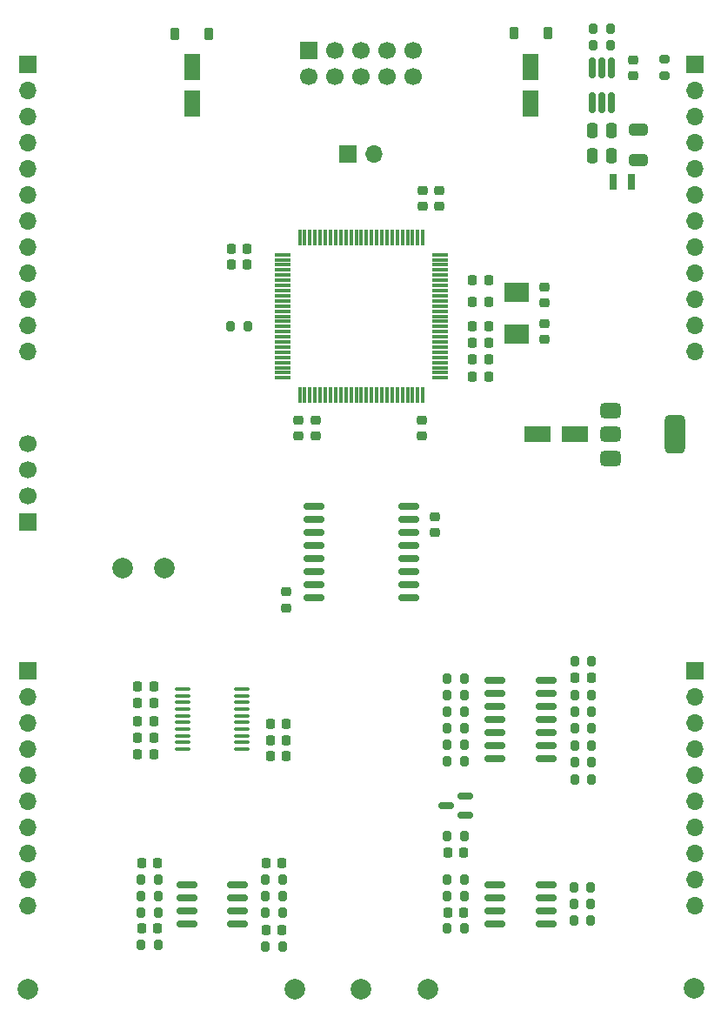
<source format=gbr>
%TF.GenerationSoftware,KiCad,Pcbnew,8.0.1*%
%TF.CreationDate,2024-04-24T14:52:54+01:00*%
%TF.ProjectId,Kishoof_Components,4b697368-6f6f-4665-9f43-6f6d706f6e65,rev?*%
%TF.SameCoordinates,Original*%
%TF.FileFunction,Soldermask,Bot*%
%TF.FilePolarity,Negative*%
%FSLAX46Y46*%
G04 Gerber Fmt 4.6, Leading zero omitted, Abs format (unit mm)*
G04 Created by KiCad (PCBNEW 8.0.1) date 2024-04-24 14:52:54*
%MOMM*%
%LPD*%
G01*
G04 APERTURE LIST*
G04 Aperture macros list*
%AMRoundRect*
0 Rectangle with rounded corners*
0 $1 Rounding radius*
0 $2 $3 $4 $5 $6 $7 $8 $9 X,Y pos of 4 corners*
0 Add a 4 corners polygon primitive as box body*
4,1,4,$2,$3,$4,$5,$6,$7,$8,$9,$2,$3,0*
0 Add four circle primitives for the rounded corners*
1,1,$1+$1,$2,$3*
1,1,$1+$1,$4,$5*
1,1,$1+$1,$6,$7*
1,1,$1+$1,$8,$9*
0 Add four rect primitives between the rounded corners*
20,1,$1+$1,$2,$3,$4,$5,0*
20,1,$1+$1,$4,$5,$6,$7,0*
20,1,$1+$1,$6,$7,$8,$9,0*
20,1,$1+$1,$8,$9,$2,$3,0*%
G04 Aperture macros list end*
%ADD10R,1.700000X1.700000*%
%ADD11O,1.700000X1.700000*%
%ADD12RoundRect,0.150000X0.587500X0.150000X-0.587500X0.150000X-0.587500X-0.150000X0.587500X-0.150000X0*%
%ADD13RoundRect,0.225000X-0.250000X0.225000X-0.250000X-0.225000X0.250000X-0.225000X0.250000X0.225000X0*%
%ADD14RoundRect,0.225000X-0.225000X-0.250000X0.225000X-0.250000X0.225000X0.250000X-0.225000X0.250000X0*%
%ADD15RoundRect,0.250000X0.550000X-1.050000X0.550000X1.050000X-0.550000X1.050000X-0.550000X-1.050000X0*%
%ADD16RoundRect,0.225000X0.225000X0.250000X-0.225000X0.250000X-0.225000X-0.250000X0.225000X-0.250000X0*%
%ADD17RoundRect,0.250000X0.650000X-0.325000X0.650000X0.325000X-0.650000X0.325000X-0.650000X-0.325000X0*%
%ADD18RoundRect,0.200000X0.200000X0.275000X-0.200000X0.275000X-0.200000X-0.275000X0.200000X-0.275000X0*%
%ADD19RoundRect,0.225000X0.250000X-0.225000X0.250000X0.225000X-0.250000X0.225000X-0.250000X-0.225000X0*%
%ADD20C,2.000000*%
%ADD21RoundRect,0.250000X-0.550000X1.050000X-0.550000X-1.050000X0.550000X-1.050000X0.550000X1.050000X0*%
%ADD22R,2.400000X1.900000*%
%ADD23RoundRect,0.200000X-0.200000X-0.275000X0.200000X-0.275000X0.200000X0.275000X-0.200000X0.275000X0*%
%ADD24RoundRect,0.162500X0.162500X-0.837500X0.162500X0.837500X-0.162500X0.837500X-0.162500X-0.837500X0*%
%ADD25RoundRect,0.150000X-0.875000X-0.150000X0.875000X-0.150000X0.875000X0.150000X-0.875000X0.150000X0*%
%ADD26RoundRect,0.225000X0.225000X0.375000X-0.225000X0.375000X-0.225000X-0.375000X0.225000X-0.375000X0*%
%ADD27RoundRect,0.150000X-0.825000X-0.150000X0.825000X-0.150000X0.825000X0.150000X-0.825000X0.150000X0*%
%ADD28RoundRect,0.250000X-0.250000X-0.475000X0.250000X-0.475000X0.250000X0.475000X-0.250000X0.475000X0*%
%ADD29RoundRect,0.075000X0.725000X0.075000X-0.725000X0.075000X-0.725000X-0.075000X0.725000X-0.075000X0*%
%ADD30RoundRect,0.075000X0.075000X0.725000X-0.075000X0.725000X-0.075000X-0.725000X0.075000X-0.725000X0*%
%ADD31RoundRect,0.150000X0.825000X0.150000X-0.825000X0.150000X-0.825000X-0.150000X0.825000X-0.150000X0*%
%ADD32RoundRect,0.100000X-0.637500X-0.100000X0.637500X-0.100000X0.637500X0.100000X-0.637500X0.100000X0*%
%ADD33RoundRect,0.250000X1.050000X0.550000X-1.050000X0.550000X-1.050000X-0.550000X1.050000X-0.550000X0*%
%ADD34C,1.700000*%
%ADD35RoundRect,0.200000X0.275000X-0.200000X0.275000X0.200000X-0.275000X0.200000X-0.275000X-0.200000X0*%
%ADD36R,0.800000X1.600000*%
%ADD37RoundRect,0.375000X-0.625000X-0.375000X0.625000X-0.375000X0.625000X0.375000X-0.625000X0.375000X0*%
%ADD38RoundRect,0.500000X-0.500000X-1.400000X0.500000X-1.400000X0.500000X1.400000X-0.500000X1.400000X0*%
G04 APERTURE END LIST*
D10*
%TO.C,J2*%
X123000000Y-45000000D03*
D11*
X123000000Y-47540000D03*
X123000000Y-50080000D03*
X123000000Y-52620000D03*
X123000000Y-55160000D03*
X123000000Y-57700000D03*
X123000000Y-60240000D03*
X123000000Y-62780000D03*
X123000000Y-65320000D03*
X123000000Y-67860000D03*
X123000000Y-70400000D03*
X123000000Y-72940000D03*
%TD*%
D10*
%TO.C,J4*%
X123000000Y-104000000D03*
D11*
X123000000Y-106540000D03*
X123000000Y-109080000D03*
X123000000Y-111620000D03*
X123000000Y-114160000D03*
X123000000Y-116700000D03*
X123000000Y-119240000D03*
X123000000Y-121780000D03*
X123000000Y-124320000D03*
X123000000Y-126860000D03*
%TD*%
D10*
%TO.C,J1*%
X58000000Y-45000000D03*
D11*
X58000000Y-47540000D03*
X58000000Y-50080000D03*
X58000000Y-52620000D03*
X58000000Y-55160000D03*
X58000000Y-57700000D03*
X58000000Y-60240000D03*
X58000000Y-62780000D03*
X58000000Y-65320000D03*
X58000000Y-67860000D03*
X58000000Y-70400000D03*
X58000000Y-72940000D03*
%TD*%
D10*
%TO.C,J3*%
X58000000Y-104000000D03*
D11*
X58000000Y-106540000D03*
X58000000Y-109080000D03*
X58000000Y-111620000D03*
X58000000Y-114160000D03*
X58000000Y-116700000D03*
X58000000Y-119240000D03*
X58000000Y-121780000D03*
X58000000Y-124320000D03*
X58000000Y-126860000D03*
%TD*%
D12*
%TO.C,D3*%
X100637500Y-116150000D03*
X100637500Y-118050000D03*
X98762500Y-117100000D03*
%TD*%
D13*
%TO.C,C16*%
X98100000Y-57225000D03*
X98100000Y-58775000D03*
%TD*%
D14*
%TO.C,C21*%
X77825000Y-62900000D03*
X79375000Y-62900000D03*
%TD*%
D15*
%TO.C,C1*%
X107000000Y-48800000D03*
X107000000Y-45200000D03*
%TD*%
D13*
%TO.C,C22*%
X96500000Y-57225000D03*
X96500000Y-58775000D03*
%TD*%
D16*
%TO.C,C11*%
X70275000Y-107100000D03*
X68725000Y-107100000D03*
%TD*%
D14*
%TO.C,C32*%
X81225000Y-129200000D03*
X82775000Y-129200000D03*
%TD*%
D17*
%TO.C,C9*%
X117500000Y-54275000D03*
X117500000Y-51325000D03*
%TD*%
D18*
%TO.C,R25*%
X100525000Y-108000000D03*
X98875000Y-108000000D03*
%TD*%
D19*
%TO.C,C20*%
X84400000Y-81175000D03*
X84400000Y-79625000D03*
%TD*%
D18*
%TO.C,R30*%
X79425000Y-70500000D03*
X77775000Y-70500000D03*
%TD*%
%TO.C,R3*%
X70725000Y-124300000D03*
X69075000Y-124300000D03*
%TD*%
D14*
%TO.C,C31*%
X69125000Y-129100000D03*
X70675000Y-129100000D03*
%TD*%
D20*
%TO.C,TP8*%
X122900000Y-134900000D03*
%TD*%
D21*
%TO.C,C2*%
X74000000Y-45200000D03*
X74000000Y-48800000D03*
%TD*%
D22*
%TO.C,Y1*%
X105600000Y-71250000D03*
X105600000Y-67150000D03*
%TD*%
D23*
%TO.C,R6*%
X81175000Y-125900000D03*
X82825000Y-125900000D03*
%TD*%
D20*
%TO.C,TP6*%
X67300000Y-94000000D03*
%TD*%
D24*
%TO.C,U3*%
X114850000Y-48710000D03*
X113900000Y-48710000D03*
X112950000Y-48710000D03*
X112950000Y-45290000D03*
X113900000Y-45290000D03*
X114850000Y-45290000D03*
%TD*%
D16*
%TO.C,C12*%
X70275000Y-105500000D03*
X68725000Y-105500000D03*
%TD*%
D25*
%TO.C,U6*%
X85850000Y-96845000D03*
X85850000Y-95575000D03*
X85850000Y-94305000D03*
X85850000Y-93035000D03*
X85850000Y-91765000D03*
X85850000Y-90495000D03*
X85850000Y-89225000D03*
X85850000Y-87955000D03*
X95150000Y-87955000D03*
X95150000Y-89225000D03*
X95150000Y-90495000D03*
X95150000Y-91765000D03*
X95150000Y-93035000D03*
X95150000Y-94305000D03*
X95150000Y-95575000D03*
X95150000Y-96845000D03*
%TD*%
D23*
%TO.C,R4*%
X81175000Y-124300000D03*
X82825000Y-124300000D03*
%TD*%
%TO.C,R14*%
X98875000Y-120100000D03*
X100525000Y-120100000D03*
%TD*%
D18*
%TO.C,R1*%
X114725000Y-41550000D03*
X113075000Y-41550000D03*
%TD*%
%TO.C,R23*%
X100525000Y-124300000D03*
X98875000Y-124300000D03*
%TD*%
D23*
%TO.C,R8*%
X81175000Y-130800000D03*
X82825000Y-130800000D03*
%TD*%
D18*
%TO.C,R24*%
X100525000Y-125900000D03*
X98875000Y-125900000D03*
%TD*%
D23*
%TO.C,R20*%
X111275000Y-112900000D03*
X112925000Y-112900000D03*
%TD*%
D26*
%TO.C,D1*%
X108650000Y-41900000D03*
X105350000Y-41900000D03*
%TD*%
D27*
%TO.C,U8*%
X73525000Y-128605000D03*
X73525000Y-127335000D03*
X73525000Y-126065000D03*
X73525000Y-124795000D03*
X78475000Y-124795000D03*
X78475000Y-126065000D03*
X78475000Y-127335000D03*
X78475000Y-128605000D03*
%TD*%
D23*
%TO.C,R32*%
X111275000Y-109600000D03*
X112925000Y-109600000D03*
%TD*%
D18*
%TO.C,R22*%
X100525000Y-129100000D03*
X98875000Y-129100000D03*
%TD*%
%TO.C,R11*%
X100525000Y-109600000D03*
X98875000Y-109600000D03*
%TD*%
D16*
%TO.C,C27*%
X83175000Y-109200000D03*
X81625000Y-109200000D03*
%TD*%
%TO.C,C4*%
X102875000Y-72100000D03*
X101325000Y-72100000D03*
%TD*%
%TO.C,C25*%
X70275000Y-110500000D03*
X68725000Y-110500000D03*
%TD*%
D23*
%TO.C,R17*%
X111175000Y-128300000D03*
X112825000Y-128300000D03*
%TD*%
D28*
%TO.C,C6*%
X112950000Y-51450000D03*
X114850000Y-51450000D03*
%TD*%
D16*
%TO.C,C39*%
X79375000Y-64500000D03*
X77825000Y-64500000D03*
%TD*%
D14*
%TO.C,C30*%
X81225000Y-122700000D03*
X82775000Y-122700000D03*
%TD*%
D13*
%TO.C,C33*%
X83200000Y-96325000D03*
X83200000Y-97875000D03*
%TD*%
D20*
%TO.C,TP5*%
X71300000Y-94000000D03*
%TD*%
D16*
%TO.C,C23*%
X102875000Y-73700000D03*
X101325000Y-73700000D03*
%TD*%
D18*
%TO.C,R21*%
X100525000Y-112800000D03*
X98875000Y-112800000D03*
%TD*%
D16*
%TO.C,C29*%
X70675000Y-122700000D03*
X69125000Y-122700000D03*
%TD*%
D10*
%TO.C,J7*%
X89225000Y-53700000D03*
D11*
X91765000Y-53700000D03*
%TD*%
D16*
%TO.C,C10*%
X70275000Y-112100000D03*
X68725000Y-112100000D03*
%TD*%
D20*
%TO.C,TP2*%
X90500000Y-135000000D03*
%TD*%
D18*
%TO.C,R31*%
X112925000Y-108000000D03*
X111275000Y-108000000D03*
%TD*%
D16*
%TO.C,C26*%
X70275000Y-108900000D03*
X68725000Y-108900000D03*
%TD*%
D19*
%TO.C,C15*%
X108300000Y-71775000D03*
X108300000Y-70225000D03*
%TD*%
D16*
%TO.C,C35*%
X100475000Y-127500000D03*
X98925000Y-127500000D03*
%TD*%
D29*
%TO.C,U1*%
X98175000Y-63500000D03*
X98175000Y-64000000D03*
X98175000Y-64500000D03*
X98175000Y-65000000D03*
X98175000Y-65500000D03*
X98175000Y-66000000D03*
X98175000Y-66500000D03*
X98175000Y-67000000D03*
X98175000Y-67500000D03*
X98175000Y-68000000D03*
X98175000Y-68500000D03*
X98175000Y-69000000D03*
X98175000Y-69500000D03*
X98175000Y-70000000D03*
X98175000Y-70500000D03*
X98175000Y-71000000D03*
X98175000Y-71500000D03*
X98175000Y-72000000D03*
X98175000Y-72500000D03*
X98175000Y-73000000D03*
X98175000Y-73500000D03*
X98175000Y-74000000D03*
X98175000Y-74500000D03*
X98175000Y-75000000D03*
X98175000Y-75500000D03*
D30*
X96500000Y-77175000D03*
X96000000Y-77175000D03*
X95500000Y-77175000D03*
X95000000Y-77175000D03*
X94500000Y-77175000D03*
X94000000Y-77175000D03*
X93500000Y-77175000D03*
X93000000Y-77175000D03*
X92500000Y-77175000D03*
X92000000Y-77175000D03*
X91500000Y-77175000D03*
X91000000Y-77175000D03*
X90500000Y-77175000D03*
X90000000Y-77175000D03*
X89500000Y-77175000D03*
X89000000Y-77175000D03*
X88500000Y-77175000D03*
X88000000Y-77175000D03*
X87500000Y-77175000D03*
X87000000Y-77175000D03*
X86500000Y-77175000D03*
X86000000Y-77175000D03*
X85500000Y-77175000D03*
X85000000Y-77175000D03*
X84500000Y-77175000D03*
D29*
X82825000Y-75500000D03*
X82825000Y-75000000D03*
X82825000Y-74500000D03*
X82825000Y-74000000D03*
X82825000Y-73500000D03*
X82825000Y-73000000D03*
X82825000Y-72500000D03*
X82825000Y-72000000D03*
X82825000Y-71500000D03*
X82825000Y-71000000D03*
X82825000Y-70500000D03*
X82825000Y-70000000D03*
X82825000Y-69500000D03*
X82825000Y-69000000D03*
X82825000Y-68500000D03*
X82825000Y-68000000D03*
X82825000Y-67500000D03*
X82825000Y-67000000D03*
X82825000Y-66500000D03*
X82825000Y-66000000D03*
X82825000Y-65500000D03*
X82825000Y-65000000D03*
X82825000Y-64500000D03*
X82825000Y-64000000D03*
X82825000Y-63500000D03*
D30*
X84500000Y-61825000D03*
X85000000Y-61825000D03*
X85500000Y-61825000D03*
X86000000Y-61825000D03*
X86500000Y-61825000D03*
X87000000Y-61825000D03*
X87500000Y-61825000D03*
X88000000Y-61825000D03*
X88500000Y-61825000D03*
X89000000Y-61825000D03*
X89500000Y-61825000D03*
X90000000Y-61825000D03*
X90500000Y-61825000D03*
X91000000Y-61825000D03*
X91500000Y-61825000D03*
X92000000Y-61825000D03*
X92500000Y-61825000D03*
X93000000Y-61825000D03*
X93500000Y-61825000D03*
X94000000Y-61825000D03*
X94500000Y-61825000D03*
X95000000Y-61825000D03*
X95500000Y-61825000D03*
X96000000Y-61825000D03*
X96500000Y-61825000D03*
%TD*%
D16*
%TO.C,C24*%
X102875000Y-75400000D03*
X101325000Y-75400000D03*
%TD*%
D31*
%TO.C,U5*%
X108475000Y-124795000D03*
X108475000Y-126065000D03*
X108475000Y-127335000D03*
X108475000Y-128605000D03*
X103525000Y-128605000D03*
X103525000Y-127335000D03*
X103525000Y-126065000D03*
X103525000Y-124795000D03*
%TD*%
D32*
%TO.C,U2*%
X73137500Y-111625000D03*
X73137500Y-110975000D03*
X73137500Y-110325000D03*
X73137500Y-109675000D03*
X73137500Y-109025000D03*
X73137500Y-108375000D03*
X73137500Y-107725000D03*
X73137500Y-107075000D03*
X73137500Y-106425000D03*
X73137500Y-105775000D03*
X78862500Y-105775000D03*
X78862500Y-106425000D03*
X78862500Y-107075000D03*
X78862500Y-107725000D03*
X78862500Y-108375000D03*
X78862500Y-109025000D03*
X78862500Y-109675000D03*
X78862500Y-110325000D03*
X78862500Y-110975000D03*
X78862500Y-111625000D03*
%TD*%
D23*
%TO.C,R19*%
X111175000Y-125100000D03*
X112825000Y-125100000D03*
%TD*%
D18*
%TO.C,R5*%
X70725000Y-125900000D03*
X69075000Y-125900000D03*
%TD*%
%TO.C,R12*%
X100525000Y-111200000D03*
X98875000Y-111200000D03*
%TD*%
D20*
%TO.C,TP3*%
X84000000Y-135000000D03*
%TD*%
D23*
%TO.C,R27*%
X98875000Y-104800000D03*
X100525000Y-104800000D03*
%TD*%
%TO.C,R2*%
X113075000Y-43150000D03*
X114725000Y-43150000D03*
%TD*%
%TO.C,R10*%
X81175000Y-127500000D03*
X82825000Y-127500000D03*
%TD*%
D14*
%TO.C,C28*%
X81625000Y-112300000D03*
X83175000Y-112300000D03*
%TD*%
D19*
%TO.C,C34*%
X97700000Y-90575000D03*
X97700000Y-89025000D03*
%TD*%
D31*
%TO.C,U7*%
X108475000Y-104890000D03*
X108475000Y-106160000D03*
X108475000Y-107430000D03*
X108475000Y-108700000D03*
X108475000Y-109970000D03*
X108475000Y-111240000D03*
X108475000Y-112510000D03*
X103525000Y-112510000D03*
X103525000Y-111240000D03*
X103525000Y-109970000D03*
X103525000Y-108700000D03*
X103525000Y-107430000D03*
X103525000Y-106160000D03*
X103525000Y-104890000D03*
%TD*%
D16*
%TO.C,C18*%
X102875000Y-68100000D03*
X101325000Y-68100000D03*
%TD*%
D20*
%TO.C,TP7*%
X97000000Y-135000000D03*
%TD*%
D13*
%TO.C,C38*%
X86050000Y-79625000D03*
X86050000Y-81175000D03*
%TD*%
D19*
%TO.C,C19*%
X96400000Y-81175000D03*
X96400000Y-79625000D03*
%TD*%
D14*
%TO.C,C36*%
X98925000Y-121700000D03*
X100475000Y-121700000D03*
%TD*%
%TO.C,C13*%
X81625000Y-110800000D03*
X83175000Y-110800000D03*
%TD*%
D23*
%TO.C,R18*%
X111275000Y-111300000D03*
X112925000Y-111300000D03*
%TD*%
D33*
%TO.C,C5*%
X111275000Y-81000000D03*
X107675000Y-81000000D03*
%TD*%
D23*
%TO.C,R13*%
X111275000Y-114600000D03*
X112925000Y-114600000D03*
%TD*%
D10*
%TO.C,J5*%
X85400000Y-43625000D03*
D34*
X85400000Y-46165000D03*
X87940000Y-43625000D03*
X87940000Y-46165000D03*
X90480000Y-43625000D03*
X90480000Y-46165000D03*
X93020000Y-43625000D03*
X93020000Y-46165000D03*
X95560000Y-43625000D03*
X95560000Y-46165000D03*
%TD*%
D18*
%TO.C,R26*%
X100525000Y-106400000D03*
X98875000Y-106400000D03*
%TD*%
%TO.C,R34*%
X112925000Y-103100000D03*
X111275000Y-103100000D03*
%TD*%
D20*
%TO.C,TP4*%
X58000000Y-135000000D03*
%TD*%
D28*
%TO.C,C7*%
X112950000Y-53850000D03*
X114850000Y-53850000D03*
%TD*%
D23*
%TO.C,R16*%
X111175000Y-126700000D03*
X112825000Y-126700000D03*
%TD*%
D16*
%TO.C,C37*%
X112875000Y-104700000D03*
X111325000Y-104700000D03*
%TD*%
D23*
%TO.C,R33*%
X111275000Y-106400000D03*
X112925000Y-106400000D03*
%TD*%
D18*
%TO.C,R9*%
X70725000Y-130700000D03*
X69075000Y-130700000D03*
%TD*%
D16*
%TO.C,C17*%
X102875000Y-66000000D03*
X101325000Y-66000000D03*
%TD*%
D23*
%TO.C,R7*%
X69075000Y-127500000D03*
X70725000Y-127500000D03*
%TD*%
D10*
%TO.C,J6*%
X58000000Y-89500000D03*
D34*
X58000000Y-86960000D03*
X58000000Y-84420000D03*
X58000000Y-81880000D03*
%TD*%
D19*
%TO.C,C8*%
X117000000Y-46075000D03*
X117000000Y-44525000D03*
%TD*%
D35*
%TO.C,R15*%
X120000000Y-46125000D03*
X120000000Y-44475000D03*
%TD*%
D26*
%TO.C,D2*%
X75650000Y-42000000D03*
X72350000Y-42000000D03*
%TD*%
D13*
%TO.C,C14*%
X108300000Y-66625000D03*
X108300000Y-68175000D03*
%TD*%
D36*
%TO.C,L2*%
X115000000Y-56400000D03*
X116800000Y-56400000D03*
%TD*%
D37*
%TO.C,U4*%
X114725000Y-83300000D03*
X114725000Y-81000000D03*
D38*
X121025000Y-81000000D03*
D37*
X114725000Y-78700000D03*
%TD*%
D16*
%TO.C,C3*%
X102875000Y-70500000D03*
X101325000Y-70500000D03*
%TD*%
M02*

</source>
